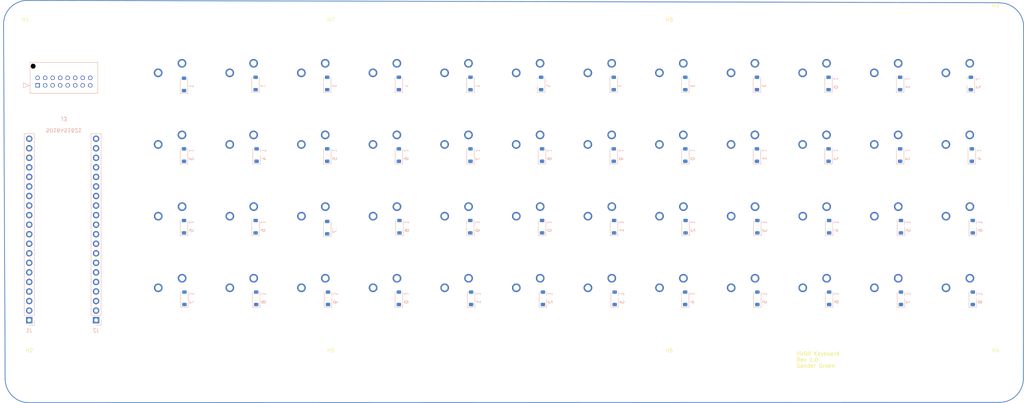
<source format=kicad_pcb>
(kicad_pcb (version 20221018) (generator pcbnew)
  (title_block (title "Viridi Keyboard") (date "2023-07-19") (rev "0.1") (company "Sander Groen"))
  (layers (0 "F.Cu" signal) (31 "B.Cu" signal) (34 "B.Paste" user) (35 "F.Paste" user) (36 "B.SilkS" user "B.Silkscreen") (37 "F.SilkS" user "F.Silkscreen") (38 "B.Mask" user) (39 "F.Mask" user) (44 "Edge.Cuts" user))
  (net 0 "")
  (net 1 "Row0")
  (net 2 "Net-(D1-A)")
  (net 3 "Net-(D2-A)")
  (net 4 "Net-(D3-A)")
  (net 5 "Net-(D4-A)")
  (net 6 "Net-(D5-A)")
  (net 7 "Net-(D6-A)")
  (net 8 "Net-(D7-A)")
  (net 9 "Net-(D8-A)")
  (net 10 "Net-(D9-A)")
  (net 11 "Net-(D10-A)")
  (net 12 "Net-(D11-A)")
  (net 13 "Net-(D12-A)")
  (net 14 "Row1")
  (net 15 "Net-(D13-A)")
  (net 16 "Net-(D14-A)")
  (net 17 "Net-(D15-A)")
  (net 18 "Net-(D16-A)")
  (net 19 "Net-(D17-A)")
  (net 20 "Net-(D18-A)")
  (net 21 "Net-(D19-A)")
  (net 22 "Net-(D20-A)")
  (net 23 "Net-(D21-A)")
  (net 24 "Net-(D22-A)")
  (net 25 "Net-(D23-A)")
  (net 26 "Net-(D24-A)")
  (net 27 "Row2")
  (net 28 "Net-(D25-A)")
  (net 29 "Net-(D26-A)")
  (net 30 "Net-(D27-A)")
  (net 31 "Net-(D28-A)")
  (net 32 "Net-(D29-A)")
  (net 33 "Net-(D30-A)")
  (net 34 "Net-(D31-A)")
  (net 35 "Net-(D32-A)")
  (net 36 "Net-(D33-A)")
  (net 37 "Net-(D34-A)")
  (net 38 "Net-(D35-A)")
  (net 39 "Net-(D36-A)")
  (net 41 "Net-(D37-A)")
  (net 42 "Net-(D38-A)")
  (net 43 "Net-(D39-A)")
  (net 44 "Net-(D40-A)")
  (net 45 "Net-(D41-A)")
  (net 46 "Net-(D42-A)")
  (net 47 "Net-(D43-A)")
  (net 48 "Net-(D44-A)")
  (net 49 "Net-(D45-A)")
  (net 50 "Net-(D46-A)")
  (net 51 "Net-(D47-A)")
  (net 52 "Net-(D48-A)")
  (net 108 "Col0")
  (net 109 "Col1")
  (net 110 "Col2")
  (net 111 "Col3")
  (net 112 "Col4")
  (net 113 "Col5")
  (net 114 "Col6")
  (net 115 "Col7")
  (net 116 "Col8")
  (net 117 "Col9")
  (net 118 "Col10")
  (net 119 "Col11")
  (footprint "PCM_marbastlib-mx:SW_MX_1u" (layer "F.Cu") (at 215.109479 125.195033)
    (fp_text reference "MX6" hide)
    (fp_text value "MX_SW_solder" hide)
    (pad "" np_thru_hole circle (at -5.08 0) (size 1.75 1.75) (drill 1.75) (layers "*.Cu" "*.Mask"))
    (pad "" np_thru_hole circle (at 0 0) (size 3.9878 3.9878) (drill 3.9878) (layers "*.Cu" "*.Mask"))
    (pad "" np_thru_hole circle (at 5.08 0) (size 1.75 1.75) (drill 1.75) (layers "*.Cu" "*.Mask"))
    (pad "1" thru_hole circle (at -3.81 -2.54) (size 2.3 2.3) (drill 1.524) (layers "*.Cu" "B.Mask") (net 113 "Col5"))
    (pad "2" thru_hole circle (at 2.54 -5.08) (size 2.3 2.3) (drill 1.524) (layers "*.Cu" "B.Mask") (net 7 "Net-(D6-A)"))
  )
  (footprint "PCM_marbastlib-mx:SW_MX_1u" (layer "F.Cu") (at 119.859479 125.195033)
    (fp_text reference "MX1" hide)
    (fp_text value "MX_SW_solder" hide)
    (pad "" np_thru_hole circle (at -5.08 0) (size 1.75 1.75) (drill 1.75) (layers "*.Cu" "*.Mask"))
    (pad "" np_thru_hole circle (at 0 0) (size 3.9878 3.9878) (drill 3.9878) (layers "*.Cu" "*.Mask"))
    (pad "" np_thru_hole circle (at 5.08 0) (size 1.75 1.75) (drill 1.75) (layers "*.Cu" "*.Mask"))
    (pad "1" thru_hole circle (at -3.81 -2.54) (size 2.3 2.3) (drill 1.524) (layers "*.Cu" "B.Mask") (net 108 "Col0"))
    (pad "2" thru_hole circle (at 2.54 -5.08) (size 2.3 2.3) (drill 1.524) (layers "*.Cu" "B.Mask") (net 2 "Net-(D1-A)"))
  )
  (footprint "MountingHole:MountingHole_2.5mm" (layer "F.Cu") (at 81.788 200)
    (fp_text reference "H2" (at 0 -3.5) (layer "F.SilkS"))
    (fp_text value "MountingHole")
    (pad "" np_thru_hole circle (at 0 0) (size 2.5 2.5) (drill 2.5) (layers "*.Cu" "*.Mask"))
  )
  (footprint "PCM_marbastlib-mx:SW_MX_1u" (layer "F.Cu") (at 196.059479 125.195033)
    (fp_text reference "MX5" hide)
    (fp_text value "MX_SW_solder" hide)
    (pad "" np_thru_hole circle (at -5.08 0) (size 1.75 1.75) (drill 1.75) (layers "*.Cu" "*.Mask"))
    (pad "" np_thru_hole circle (at 0 0) (size 3.9878 3.9878) (drill 3.9878) (layers "*.Cu" "*.Mask"))
    (pad "" np_thru_hole circle (at 5.08 0) (size 1.75 1.75) (drill 1.75) (layers "*.Cu" "*.Mask"))
    (pad "1" thru_hole circle (at -3.81 -2.54) (size 2.3 2.3) (drill 1.524) (layers "*.Cu" "B.Mask") (net 112 "Col4"))
    (pad "2" thru_hole circle (at 2.54 -5.08) (size 2.3 2.3) (drill 1.524) (layers "*.Cu" "B.Mask") (net 6 "Net-(D5-A)"))
  )
  (footprint "PCM_marbastlib-mx:SW_MX_1u" (layer "F.Cu") (at 119.859479 144.245033)
    (fp_text reference "MX13" hide)
    (fp_text value "MX_SW_solder" hide)
    (pad "" np_thru_hole circle (at -5.08 0) (size 1.75 1.75) (drill 1.75) (layers "*.Cu" "*.Mask"))
    (pad "" np_thru_hole circle (at 0 0) (size 3.9878 3.9878) (drill 3.9878) (layers "*.Cu" "*.Mask"))
    (pad "" np_thru_hole circle (at 5.08 0) (size 1.75 1.75) (drill 1.75) (layers "*.Cu" "*.Mask"))
    (pad "1" thru_hole circle (at -3.81 -2.54) (size 2.3 2.3) (drill 1.524) (layers "*.Cu" "B.Mask") (net 108 "Col0"))
    (pad "2" thru_hole circle (at 2.54 -5.08) (size 2.3 2.3) (drill 1.524) (layers "*.Cu" "B.Mask") (net 15 "Net-(D13-A)"))
  )
  (footprint "PCM_marbastlib-mx:SW_MX_1u" (layer "F.Cu") (at 272.288 163.322)
    (fp_text reference "MX33" hide)
    (fp_text value "MX_SW_solder" hide)
    (pad "" np_thru_hole circle (at -5.08 0) (size 1.75 1.75) (drill 1.75) (layers "*.Cu" "*.Mask"))
    (pad "" np_thru_hole circle (at 0 0) (size 3.9878 3.9878) (drill 3.9878) (layers "*.Cu" "*.Mask"))
    (pad "" np_thru_hole circle (at 5.08 0) (size 1.75 1.75) (drill 1.75) (layers "*.Cu" "*.Mask"))
    (pad "1" thru_hole circle (at -3.81 -2.54) (size 2.3 2.3) (drill 1.524) (layers "*.Cu" "B.Mask") (net 116 "Col8"))
    (pad "2" thru_hole circle (at 2.54 -5.08) (size 2.3 2.3) (drill 1.524) (layers "*.Cu" "B.Mask") (net 36 "Net-(D33-A)"))
  )
  (footprint "PCM_marbastlib-mx:SW_MX_1u" (layer "F.Cu") (at 138.909479 125.195033)
    (fp_text reference "MX2" hide)
    (fp_text value "MX_SW_solder" hide)
    (pad "" np_thru_hole circle (at -5.08 0) (size 1.75 1.75) (drill 1.75) (layers "*.Cu" "*.Mask"))
    (pad "" np_thru_hole circle (at 0 0) (size 3.9878 3.9878) (drill 3.9878) (layers "*.Cu" "*.Mask"))
    (pad "" np_thru_hole circle (at 5.08 0) (size 1.75 1.75) (drill 1.75) (layers "*.Cu" "*.Mask"))
    (pad "1" thru_hole circle (at -3.81 -2.54) (size 2.3 2.3) (drill 1.524) (layers "*.Cu" "B.Mask") (net 109 "Col1"))
    (pad "2" thru_hole circle (at 2.54 -5.08) (size 2.3 2.3) (drill 1.524) (layers "*.Cu" "B.Mask") (net 3 "Net-(D2-A)"))
  )
  (footprint "PCM_marbastlib-mx:SW_MX_1u" (layer "F.Cu") (at 177.038 182.372)
    (fp_text reference "MX40" hide)
    (fp_text value "MX_SW_solder" hide)
    (pad "" np_thru_hole circle (at -5.08 0) (size 1.75 1.75) (drill 1.75) (layers "*.Cu" "*.Mask"))
    (pad "" np_thru_hole circle (at 0 0) (size 3.9878 3.9878) (drill 3.9878) (layers "*.Cu" "*.Mask"))
    (pad "" np_thru_hole circle (at 5.08 0) (size 1.75 1.75) (drill 1.75) (layers "*.Cu" "*.Mask"))
    (pad "1" thru_hole circle (at -3.81 -2.54) (size 2.3 2.3) (drill 1.524) (layers "*.Cu" "B.Mask") (net 111 "Col3"))
    (pad "2" thru_hole circle (at 2.54 -5.08) (size 2.3 2.3) (drill 1.524) (layers "*.Cu" "B.Mask") (net 44 "Net-(D40-A)"))
  )
  (footprint "PCM_marbastlib-mx:SW_MX_1u" (layer "F.Cu") (at 291.309479 125.195033)
    (fp_text reference "MX10" hide)
    (fp_text value "MX_SW_solder" hide)
    (pad "" np_thru_hole circle (at -5.08 0) (size 1.75 1.75) (drill 1.75) (layers "*.Cu" "*.Mask"))
    (pad "" np_thru_hole circle (at 0 0) (size 3.9878 3.9878) (drill 3.9878) (layers "*.Cu" "*.Mask"))
    (pad "" np_thru_hole circle (at 5.08 0) (size 1.75 1.75) (drill 1.75) (layers "*.Cu" "*.Mask"))
    (pad "1" thru_hole circle (at -3.81 -2.54) (size 2.3 2.3) (drill 1.524) (layers "*.Cu" "B.Mask") (net 117 "Col9"))
    (pad "2" thru_hole circle (at 2.54 -5.08) (size 2.3 2.3) (drill 1.524) (layers "*.Cu" "B.Mask") (net 11 "Net-(D10-A)"))
  )
  (footprint "PCM_marbastlib-mx:SW_MX_1u" (layer "F.Cu") (at 196.088 163.322)
    (fp_text reference "MX29" hide)
    (fp_text value "MX_SW_solder" hide)
    (pad "" np_thru_hole circle (at -5.08 0) (size 1.75 1.75) (drill 1.75) (layers "*.Cu" "*.Mask"))
    (pad "" np_thru_hole circle (at 0 0) (size 3.9878 3.9878) (drill 3.9878) (layers "*.Cu" "*.Mask"))
    (pad "" np_thru_hole circle (at 5.08 0) (size 1.75 1.75) (drill 1.75) (layers "*.Cu" "*.Mask"))
    (pad "1" thru_hole circle (at -3.81 -2.54) (size 2.3 2.3) (drill 1.524) (layers "*.Cu" "B.Mask") (net 112 "Col4"))
    (pad "2" thru_hole circle (at 2.54 -5.08) (size 2.3 2.3) (drill 1.524) (layers "*.Cu" "B.Mask") (net 32 "Net-(D29-A)"))
  )
  (footprint "PCM_marbastlib-mx:SW_MX_1u" (layer "F.Cu") (at 196.088 182.372)
    (fp_text reference "MX41" hide)
    (fp_text value "MX_SW_solder" hide)
    (pad "" np_thru_hole circle (at -5.08 0) (size 1.75 1.75) (drill 1.75) (layers "*.Cu" "*.Mask"))
    (pad "" np_thru_hole circle (at 0 0) (size 3.9878 3.9878) (drill 3.9878) (layers "*.Cu" "*.Mask"))
    (pad "" np_thru_hole circle (at 5.08 0) (size 1.75 1.75) (drill 1.75) (layers "*.Cu" "*.Mask"))
    (pad "1" thru_hole circle (at -3.81 -2.54) (size 2.3 2.3) (drill 1.524) (layers "*.Cu" "B.Mask") (net 112 "Col4"))
    (pad "2" thru_hole circle (at 2.54 -5.08) (size 2.3 2.3) (drill 1.524) (layers "*.Cu" "B.Mask") (net 45 "Net-(D41-A)"))
  )
  (footprint "PCM_marbastlib-mx:SW_MX_1u" (layer "F.Cu") (at 329.438 163.322)
    (fp_text reference "MX36" hide)
    (fp_text value "MX_SW_solder" hide)
    (pad "" np_thru_hole circle (at -5.08 0) (size 1.75 1.75) (drill 1.75) (layers "*.Cu" "*.Mask"))
    (pad "" np_thru_hole circle (at 0 0) (size 3.9878 3.9878) (drill 3.9878) (layers "*.Cu" "*.Mask"))
    (pad "" np_thru_hole circle (at 5.08 0) (size 1.75 1.75) (drill 1.75) (layers "*.Cu" "*.Mask"))
    (pad "1" thru_hole circle (at -3.81 -2.54) (size 2.3 2.3) (drill 1.524) (layers "*.Cu" "B.Mask") (net 119 "Col11"))
    (pad "2" thru_hole circle (at 2.54 -5.08) (size 2.3 2.3) (drill 1.524) (layers "*.Cu" "B.Mask") (net 39 "Net-(D36-A)"))
  )
  (footprint "PCM_marbastlib-mx:SW_MX_1u" (layer "F.Cu") (at 291.309479 144.245033)
    (fp_text reference "MX22" hide)
    (fp_text value "MX_SW_solder" hide)
    (pad "" np_thru_hole circle (at -5.08 0) (size 1.75 1.75) (drill 1.75) (layers "*.Cu" "*.Mask"))
    (pad "" np_thru_hole circle (at 0 0) (size 3.9878 3.9878) (drill 3.9878) (layers "*.Cu" "*.Mask"))
    (pad "" np_thru_hole circle (at 5.08 0) (size 1.75 1.75) (drill 1.75) (layers "*.Cu" "*.Mask"))
    (pad "1" thru_hole circle (at -3.81 -2.54) (size 2.3 2.3) (drill 1.524) (layers "*.Cu" "B.Mask") (net 117 "Col9"))
    (pad "2" thru_hole circle (at 2.54 -5.08) (size 2.3 2.3) (drill 1.524) (layers "*.Cu" "B.Mask") (net 24 "Net-(D22-A)"))
  )
  (footprint "PCM_marbastlib-mx:SW_MX_1u" (layer "F.Cu") (at 234.159479 125.195033)
    (fp_text reference "MX7" hide)
    (fp_text value "MX_SW_solder" hide)
    (pad "" np_thru_hole circle (at -5.08 0) (size 1.75 1.75) (drill 1.75) (layers "*.Cu" "*.Mask"))
    (pad "" np_thru_hole circle (at 0 0) (size 3.9878 3.9878) (drill 3.9878) (layers "*.Cu" "*.Mask"))
    (pad "" np_thru_hole circle (at 5.08 0) (size 1.75 1.75) (drill 1.75) (layers "*.Cu" "*.Mask"))
    (pad "1" thru_hole circle (at -3.81 -2.54) (size 2.3 2.3) (drill 1.524) (layers "*.Cu" "B.Mask") (net 114 "Col6"))
    (pad "2" thru_hole circle (at 2.54 -5.08) (size 2.3 2.3) (drill 1.524) (layers "*.Cu" "B.Mask") (net 8 "Net-(D7-A)"))
  )
  (footprint "PCM_marbastlib-mx:SW_MX_1u" (layer "F.Cu") (at 272.259479 125.195033)
    (fp_text reference "MX9" hide)
    (fp_text value "MX_SW_solder" hide)
    (pad "" np_thru_hole circle (at -5.08 0) (size 1.75 1.75) (drill 1.75) (layers "*.Cu" "*.Mask"))
    (pad "" np_thru_hole circle (at 0 0) (size 3.9878 3.9878) (drill 3.9878) (layers "*.Cu" "*.Mask"))
    (pad "" np_thru_hole circle (at 5.08 0) (size 1.75 1.75) (drill 1.75) (layers "*.Cu" "*.Mask"))
    (pad "1" thru_hole circle (at -3.81 -2.54) (size 2.3 2.3) (drill 1.524) (layers "*.Cu" "B.Mask") (net 116 "Col8"))
    (pad "2" thru_hole circle (at 2.54 -5.08) (size 2.3 2.3) (drill 1.524) (layers "*.Cu" "B.Mask") (net 10 "Net-(D9-A)"))
  )
  (footprint "PCM_marbastlib-mx:SW_MX_1u" (layer "F.Cu") (at 157.988 182.372)
    (fp_text reference "MX39" hide)
    (fp_text value "MX_SW_solder" hide)
    (pad "" np_thru_hole circle (at -5.08 0) (size 1.75 1.75) (drill 1.75) (layers "*.Cu" "*.Mask"))
    (pad "" np_thru_hole circle (at 0 0) (size 3.9878 3.9878) (drill 3.9878) (layers "*.Cu" "*.Mask"))
    (pad "" np_thru_hole circle (at 5.08 0) (size 1.75 1.75) (drill 1.75) (layers "*.Cu" "*.Mask"))
    (pad "1" thru_hole circle (at -3.81 -2.54) (size 2.3 2.3) (drill 1.524) (layers "*.Cu" "B.Mask") (net 110 "Col2"))
    (pad "2" thru_hole circle (at 2.54 -5.08) (size 2.3 2.3) (drill 1.524) (layers "*.Cu" "B.Mask") (net 43 "Net-(D39-A)"))
  )
  (footprint "MountingHole:MountingHole_2.5mm" (layer "F.Cu") (at 162 112)
    (fp_text reference "H7" (at 0 -3.5) (layer "F.SilkS"))
    (fp_text value "MountingHole")
    (pad "" np_thru_hole circle (at 0 0) (size 2.5 2.5) (drill 2.5) (layers "*.Cu" "*.Mask"))
  )
  (footprint "PCM_marbastlib-mx:SW_MX_1u" (layer "F.Cu") (at 177.009479 125.195033)
    (fp_text reference "MX4" hide)
    (fp_text value "MX_SW_solder" hide)
    (pad "" np_thru_hole circle (at -5.08 0) (size 1.75 1.75) (drill 1.75) (layers "*.Cu" "*.Mask"))
    (pad "" np_thru_hole circle (at 0 0) (size 3.9878 3.9878) (drill 3.9878) (layers "*.Cu" "*.Mask"))
    (pad "" np_thru_hole circle (at 5.08 0) (size 1.75 1.75) (drill 1.75) (layers "*.Cu" "*.Mask"))
    (pad "1" thru_hole circle (at -3.81 -2.54) (size 2.3 2.3) (drill 1.524) (layers "*.Cu" "B.Mask") (net 111 "Col3"))
    (pad "2" thru_hole circle (at 2.54 -5.08) (size 2.3 2.3) (drill 1.524) (layers "*.Cu" "B.Mask") (net 5 "Net-(D4-A)"))
  )
  (footprint "MountingHole:MountingHole_2.5mm" (layer "F.Cu") (at 252 112)
    (fp_text reference "H8" (at 0 -3.5) (layer "F.SilkS"))
    (fp_text value "MountingHole")
    (pad "" np_thru_hole circle (at 0 0) (size 2.5 2.5) (drill 2.5) (layers "*.Cu" "*.Mask"))
  )
  (footprint "PCM_marbastlib-mx:SW_MX_1u" (layer "F.Cu") (at 272.288 182.372)
    (fp_text reference "MX45" hide)
    (fp_text value "MX_SW_solder" hide)
    (pad "" np_thru_hole circle (at -5.08 0) (size 1.75 1.75) (drill 1.75) (layers "*.Cu" "*.Mask"))
    (pad "" np_thru_hole circle (at 0 0) (size 3.9878 3.9878) (drill 3.9878) (layers "*.Cu" "*.Mask"))
    (pad "" np_thru_hole circle (at 5.08 0) (size 1.75 1.75) (drill 1.75) (layers "*.Cu" "*.Mask"))
    (pad "1" thru_hole circle (at -3.81 -2.54) (size 2.3 2.3) (drill 1.524) (layers "*.Cu" "B.Mask") (net 116 "Col8"))
    (pad "2" thru_hole circle (at 2.54 -5.08) (size 2.3 2.3) (drill 1.524) (layers "*.Cu" "B.Mask") (net 49 "Net-(D45-A)"))
  )
  (footprint "PCM_marbastlib-mx:SW_MX_1u" (layer "F.Cu") (at 119.888 163.322)
    (fp_text reference "MX25" hide)
    (fp_text value "MX_SW_solder" hide)
    (pad "" np_thru_hole circle (at -5.08 0) (size 1.75 1.75) (drill 1.75) (layers "*.Cu" "*.Mask"))
    (pad "" np_thru_hole circle (at 0 0) (size 3.9878 3.9878) (drill 3.9878) (layers "*.Cu" "*.Mask"))
    (pad "" np_thru_hole circle (at 5.08 0) (size 1.75 1.75) (drill 1.75) (layers "*.Cu" "*.Mask"))
    (pad "1" thru_hole circle (at -3.81 -2.54) (size 2.3 2.3) (drill 1.524) (layers "*.Cu" "B.Mask") (net 108 "Col0"))
    (pad "2" thru_hole circle (at 2.54 -5.08) (size 2.3 2.3) (drill 1.524) (layers "*.Cu" "B.Mask") (net 28 "Net-(D25-A)"))
  )
  (footprint "PCM_marbastlib-mx:SW_MX_1u" (layer "F.Cu") (at 272.259479 144.245033)
    (fp_text reference "MX21" hide)
    (fp_text value "MX_SW_solder" hide)
    (pad "" np_thru_hole circle (at -5.08 0) (size 1.75 1.75) (drill 1.75) (layers "*.Cu" "*.Mask"))
    (pad "" np_thru_hole circle (at 0 0) (size 3.9878 3.9878) (drill 3.9878) (layers "*.Cu" "*.Mask"))
    (pad "" np_thru_hole circle (at 5.08 0) (size 1.75 1.75) (drill 1.75) (layers "*.Cu" "*.Mask"))
    (pad "1" thru_hole circle (at -3.81 -2.54) (size 2.3 2.3) (drill 1.524) (layers "*.Cu" "B.Mask") (net 116 "Col8"))
    (pad "2" thru_hole circle (at 2.54 -5.08) (size 2.3 2.3) (drill 1.524) (layers "*.Cu" "B.Mask") (net 23 "Net-(D21-A)"))
  )
  (footprint "PCM_marbastlib-mx:SW_MX_1u" (layer "F.Cu") (at 329.409479 125.195033)
    (fp_text reference "MX12" hide)
    (fp_text value "MX_SW_solder" hide)
    (pad "" np_thru_hole circle (at -5.08 0) (size 1.75 1.75) (drill 1.75) (layers "*.Cu" "*.Mask"))
    (pad "" np_thru_hole circle (at 0 0) (size 3.9878 3.9878) (drill 3.9878) (layers "*.Cu" "*.Mask"))
    (pad "" np_thru_hole circle (at 5.08 0) (size 1.75 1.75) (drill 1.75) (layers "*.Cu" "*.Mask"))
    (pad "1" thru_hole circle (at -3.81 -2.54) (size 2.3 2.3) (drill 1.524) (layers "*.Cu" "B.Mask") (net 119 "Col11"))
    (pad "2" thru_hole circle (at 2.54 -5.08) (size 2.3 2.3) (drill 1.524) (layers "*.Cu" "B.Mask") (net 13 "Net-(D12-A)"))
  )
  (footprint "PCM_marbastlib-mx:SW_MX_1u" (layer "F.Cu") (at 310.388 182.372)
    (fp_text reference "MX47" hide)
    (fp_text value "MX_SW_solder" hide)
    (pad "" np_thru_hole circle (at -5.08 0) (size 1.75 1.75) (drill 1.75) (layers "*.Cu" "*.Mask"))
    (pad "" np_thru_hole circle (at 0 0) (size 3.9878 3.9878) (drill 3.9878) (layers "*.Cu" "*.Mask"))
    (pad "" np_thru_hole circle (at 5.08 0) (size 1.75 1.75) (drill 1.75) (layers "*.Cu" "*.Mask"))
    (pad "1" thru_hole circle (at -3.81 -2.54) (size 2.3 2.3) (drill 1.524) (layers "*.Cu" "B.Mask") (net 118 "Col10"))
    (pad "2" thru_hole circle (at 2.54 -5.08) (size 2.3 2.3) (drill 1.524) (layers "*.Cu" "B.Mask") (net 51 "Net-(D47-A)"))
  )
  (footprint "PCM_marbastlib-mx:SW_MX_1u" (layer "F.Cu") (at 215.138 182.372)
    (fp_text reference "MX42" hide)
    (fp_text value "MX_SW_solder" hide)
    (pad "" np_thru_hole circle (at -5.08 0) (size 1.75 1.75) (drill 1.75) (layers "*.Cu" "*.Mask"))
    (pad "" np_thru_hole circle (at 0 0) (size 3.9878 3.9878) (drill 3.9878) (layers "*.Cu" "*.Mask"))
    (pad "" np_thru_hole circle (at 5.08 0) (size 1.75 1.75) (drill 1.75) (layers "*.Cu" "*.Mask"))
    (pad "1" thru_hole circle (at -3.81 -2.54) (size 2.3 2.3) (drill 1.524) (layers "*.Cu" "B.Mask") (net 113 "Col5"))
    (pad "2" thru_hole circle (at 2.54 -5.08) (size 2.3 2.3) (drill 1.524) (layers "*.Cu" "B.Mask") (net 46 "Net-(D42-A)"))
  )
  (footprint "PCM_marbastlib-mx:SW_MX_1u" (layer "F.Cu") (at 291.338 163.322)
    (fp_text reference "MX34" hide)
    (fp_text value "MX_SW_solder" hide)
    (pad "" np_thru_hole circle (at -5.08 0) (size 1.75 1.75) (drill 1.75) (layers "*.Cu" "*.Mask"))
    (pad "" np_thru_hole circle (at 0 0) (size 3.9878 3.9878) (drill 3.9878) (layers "*.Cu" "*.Mask"))
    (pad "" np_thru_hole circle (at 5.08 0) (size 1.75 1.75) (drill 1.75) (layers "*.Cu" "*.Mask"))
    (pad "1" thru_hole circle (at -3.81 -2.54) (size 2.3 2.3) (drill 1.524) (layers "*.Cu" "B.Mask") (net 117 "Col9"))
    (pad "2" thru_hole circle (at 2.54 -5.08) (size 2.3 2.3) (drill 1.524) (layers "*.Cu" "B.Mask") (net 37 "Net-(D34-A)"))
  )
  (footprint "PCM_marbastlib-mx:SW_MX_1u" (layer "F.Cu") (at 138.909479 144.245033)
    (fp_text reference "MX14" hide)
    (fp_text value "MX_SW_solder" hide)
    (pad "" np_thru_hole circle (at -5.08 0) (size 1.75 1.75) (drill 1.75) (layers "*.Cu" "*.Mask"))
    (pad "" np_thru_hole circle (at 0 0) (size 3.9878 3.9878) (drill 3.9878) (layers "*.Cu" "*.Mask"))
    (pad "" np_thru_hole circle (at 5.08 0) (size 1.75 1.75) (drill 1.75) (layers "*.Cu" "*.Mask"))
    (pad "1" thru_hole circle (at -3.81 -2.54) (size 2.3 2.3) (drill 1.524) (layers "*.Cu" "B.Mask") (net 109 "Col1"))
    (pad "2" thru_hole circle (at 2.54 -5.08) (size 2.3 2.3) (drill 1.524) (layers "*.Cu" "B.Mask") (net 16 "Net-(D14-A)"))
  )
  (footprint "PCM_marbastlib-mx:SW_MX_1u" (layer "F.Cu") (at 310.359479 125.195033)
    (fp_text reference "MX11" hide)
    (fp_text value "MX_SW_solder" hide)
    (pad "" np_thru_hole circle (at -5.08 0) (size 1.75 1.75) (drill 1.75) (layers "*.Cu" "*.Mask"))
    (pad "" np_thru_hole circle (at 0 0) (size 3.9878 3.9878) (drill 3.9878) (layers "*.Cu" "*.Mask"))
    (pad "" np_thru_hole circle (at 5.08 0) (size 1.75 1.75) (drill 1.75) (layers "*.Cu" "*.Mask"))
    (pad "1" thru_hole circle (at -3.81 -2.54) (size 2.3 2.3) (drill 1.524) (layers "*.Cu" "B.Mask") (net 118 "Col10"))
    (pad "2" thru_hole circle (at 2.54 -5.08) (size 2.3 2.3) (drill 1.524) (layers "*.Cu" "B.Mask") (net 12 "Net-(D11-A)"))
  )
  (footprint "PCM_marbastlib-mx:SW_MX_1u" (layer "F.Cu") (at 157.959479 144.245033)
    (fp_text reference "MX15" hide)
    (fp_text value "MX_SW_solder" hide)
    (pad "" np_thru_hole circle (at -5.08 0) (size 1.75 1.75) (drill 1.75) (layers "*.Cu" "*.Mask"))
    (pad "" np_thru_hole circle (at 0 0) (size 3.9878 3.9878) (drill 3.9878) (layers "*.Cu" "*.Mask"))
    (pad "" np_thru_hole circle (at 5.08 0) (size 1.75 1.75) (drill 1.75) (layers "*.Cu" "*.Mask"))
    (pad "1" thru_hole circle (at -3.81 -2.54) (size 2.3 2.3) (drill 1.524) (layers "*.Cu" "B.Mask") (net 110 "Col2"))
    (pad "2" thru_hole circle (at 2.54 -5.08) (size 2.3 2.3) (drill 1.524) (layers "*.Cu" "B.Mask") (net 17 "Net-(D15-A)"))
  )
  (footprint "PCM_marbastlib-mx:SW_MX_1u" (layer "F.Cu") (at 253.209479 125.195033)
    (fp_text reference "MX8" hide)
    (fp_text value "MX_SW_solder" hide)
    (pad "" np_thru_hole circle (at -5.08 0) (size 1.75 1.75) (drill 1.75) (layers "*.Cu" "*.Mask"))
    (pad "" np_thru_hole circle (at 0 0) (size 3.9878 3.9878) (drill 3.9878) (layers "*.Cu" "*.Mask"))
    (pad "" np_thru_hole circle (at 5.08 0) (size 1.75 1.75) (drill 1.75) (layers "*.Cu" "*.Mask"))
    (pad "1" thru_hole circle (at -3.81 -2.54) (size 2.3 2.3) (drill 1.524) (layers "*.Cu" "B.Mask") (net 115 "Col7"))
    (pad "2" thru_hole circle (at 2.54 -5.08) (size 2.3 2.3) (drill 1.524) (layers "*.Cu" "B.Mask") (net 9 "Net-(D8-A)"))
  )
  (footprint "MountingHole:MountingHole_2.5mm" (layer "F.Cu") (at 252 200)
    (fp_text reference "H6" (at 0 -3.5) (layer "F.SilkS"))
    (fp_text value "MountingHole")
    (pad "" np_thru_hole circle (at 0 0) (size 2.5 2.5) (drill 2.5) (layers "*.Cu" "*.Mask"))
  )
  (footprint "PCM_marbastlib-mx:SW_MX_1u" (layer "F.Cu") (at 329.409479 144.245033)
    (fp_text reference "MX24" hide)
    (fp_text value "MX_SW_solder" hide)
    (pad "" np_thru_hole circle (at -5.08 0) (size 1.75 1.75) (drill 1.75) (layers "*.Cu" "*.Mask"))
    (pad "" np_thru_hole circle (at 0 0) (size 3.9878 3.9878) (drill 3.9878) (layers "*.Cu" "*.Mask"))
    (pad "" np_thru_hole circle (at 5.08 0) (size 1.75 1.75) (drill 1.75) (layers "*.Cu" "*.Mask"))
    (pad "1" thru_hole circle (at -3.81 -2.54) (size 2.3 2.3) (drill 1.524) (layers "*.Cu" "B.Mask") (net 119 "Col11"))
    (pad "2" thru_hole circle (at 2.54 -5.08) (size 2.3 2.3) (drill 1.524) (layers "*.Cu" "B.Mask") (net 26 "Net-(D24-A)"))
  )
  (footprint "PCM_marbastlib-mx:SW_MX_1u" (layer "F.Cu") (at 177.038 163.322)
    (fp_text reference "MX28" hide)
    (fp_text value "MX_SW_solder" hide)
    (pad "" np_thru_hole circle (at -5.08 0) (size 1.75 1.75) (drill 1.75) (layers "*.Cu" "*.Mask"))
    (pad "" np_thru_hole circle (at 0 0) (size 3.9878 3.9878) (drill 3.9878) (layers "*.Cu" "*.Mask"))
    (pad "" np_thru_hole circle (at 5.08 0) (size 1.75 1.75) (drill 1.75) (layers "*.Cu" "*.Mask"))
    (pad "1" thru_hole circle (at -3.81 -2.54) (size 2.3 2.3) (drill 1.524) (layers "*.Cu" "B.Mask") (net 111 "Col3"))
    (pad "2" thru_hole circle (at 2.54 -5.08) (size 2.3 2.3) (drill 1.524) (layers "*.Cu" "B.Mask") (net 31 "Net-(D28-A)"))
  )
  (footprint "PCM_marbastlib-mx:SW_MX_1u" (layer "F.Cu") (at 310.388 163.322)
    (fp_text reference "MX35" hide)
    (fp_text value "MX_SW_solder" hide)
    (pad "" np_thru_hole circle (at -5.08 0) (size 1.75 1.75) (drill 1.75) (layers "*.Cu" "*.Mask"))
    (pad "" np_thru_hole circle (at 0 0) (size 3.9878 3.9878) (drill 3.9878) (layers "*.Cu" "*.Mask"))
    (pad "" np_thru_hole circle (at 5.08 0) (size 1.75 1.75) (drill 1.75) (layers "*.Cu" "*.Mask"))
    (pad "1" thru_hole circle (at -3.81 -2.54) (size 2.3 2.3) (drill 1.524) (layers "*.Cu" "B.Mask") (net 118 "Col10"))
    (pad "2" thru_hole circle (at 2.54 -5.08) (size 2.3 2.3) (drill 1.524) (layers "*.Cu" "B.Mask") (net 38 "Net-(D35-A)"))
  )
  (footprint "PCM_marbastlib-mx:SW_MX_1u" (layer "F.Cu") (at 157.959479 125.195033)
    (fp_text reference "MX3" hide)
    (fp_text value "MX_SW_solder" hide)
    (pad "" np_thru_hole circle (at -5.08 0) (size 1.75 1.75) (drill 1.75) (layers "*.Cu" "*.Mask"))
    (pad "" np_thru_hole circle (at 0 0) (size 3.9878 3.9878) (drill 3.9878) (layers "*.Cu" "*.Mask"))
    (pad "" np_thru_hole circle (at 5.08 0) (size 1.75 1.75) (drill 1.75) (layers "*.Cu" "*.Mask"))
    (pad "1" thru_hole circle (at -3.81 -2.54) (size 2.3 2.3) (drill 1.524) (layers "*.Cu" "B.Mask") (net 110 "Col2"))
    (pad "2" thru_hole circle (at 2.54 -5.08) (size 2.3 2.3) (drill 1.524) (layers "*.Cu" "B.Mask") (net 4 "Net-(D3-A)"))
  )
  (footprint "PCM_marbastlib-mx:SW_MX_1u" (layer "F.Cu") (at 215.138 163.322)
    (fp_text reference "MX30" hide)
    (fp_text value "MX_SW_solder" hide)
    (pad "" np_thru_hole circle (at -5.08 0) (size 1.75 1.75) (drill 1.75) (layers "*.Cu" "*.Mask"))
    (pad "" np_thru_hole circle (at 0 0) (size 3.9878 3.9878) (drill 3.9878) (layers "*.Cu" "*.Mask"))
    (pad "" np_thru_hole circle (at 5.08 0) (size 1.75 1.75) (drill 1.75) (layers "*.Cu" "*.Mask"))
    (pad "1" thru_hole circle (at -3.81 -2.54) (size 2.3 2.3) (drill 1.524) (layers "*.Cu" "B.Mask") (net 113 "Col5"))
    (pad "2" thru_hole circle (at 2.54 -5.08) (size 2.3 2.3) (drill 1.524) (layers "*.Cu" "B.Mask") (net 33 "Net-(D30-A)"))
  )
  (footprint "PCM_marbastlib-mx:SW_MX_1u" (layer "F.Cu") (at 138.938 163.322)
    (fp_text reference "MX26" hide)
    (fp_text value "MX_SW_solder" hide)
    (pad "" np_thru_hole circle (at -5.08 0) (size 1.75 1.75) (drill 1.75) (layers "*.Cu" "*.Mask"))
    (pad "" np_thru_hole circle (at 0 0) (size 3.9878 3.9878) (drill 3.9878) (layers "*.Cu" "*.Mask"))
    (pad "" np_thru_hole circle (at 5.08 0) (size 1.75 1.75) (drill 1.75) (layers "*.Cu" "*.Mask"))
    (pad "1" thru_hole circle (at -3.81 -2.54) (size 2.3 2.3) (drill 1.524) (layers "*.Cu" "B.Mask") (net 109 "Col1"))
    (pad "2" thru_hole circle (at 2.54 -5.08) (size 2.3 2.3) (drill 1.524) (layers "*.Cu" "B.Mask") (net 29 "Net-(D26-A)"))
  )
  (footprint "PCM_marbastlib-mx:SW_MX_1u" (layer "F.Cu") (at 119.888 182.372)
    (fp_text reference "MX37" hide)
    (fp_text value "MX_SW_solder" hide)
    (pad "" np_thru_hole circle (at -5.08 0) (size 1.75 1.75) (drill 1.75) (layers "*.Cu" "*.Mask"))
    (pad "" np_thru_hole circle (at 0 0) (size 3.9878 3.9878) (drill 3.9878) (layers "*.Cu" "*.Mask"))
    (pad "" np_thru_hole circle (at 5.08 0) (size 1.75 1.75) (drill 1.75) (layers "*.Cu" "*.Mask"))
    (pad "1" thru_hole circle (at -3.81 -2.54) (size 2.3 2.3) (drill 1.524) (layers "*.Cu" "B.Mask") (net 108 "Col0"))
    (pad "2" thru_hole circle (at 2.54 -5.08) (size 2.3 2.3) (drill 1.524) (layers "*.Cu" "B.Mask") (net 41 "Net-(D37-A)"))
  )
  (footprint "PCM_marbastlib-mx:SW_MX_1u" (layer "F.Cu") (at 310.359479 144.245033)
    (fp_text reference "MX23" hide)
    (fp_text value "MX_SW_solder" hide)
    (pad "" np_thru_hole circle (at -5.08 0) (size 1.75 1.75) (drill 1.75) (layers "*.Cu" "*.Mask"))
    (pad "" np_thru_hole circle (at 0 0) (size 3.9878 3.9878) (drill 3.9878) (layers "*.Cu" "*.Mask"))
    (pad "" np_thru_hole circle (at 5.08 0) (size 1.75 1.75) (drill 1.75) (layers "*.Cu" "*.Mask"))
    (pad "1" thru_hole circle (at -3.81 -2.54) (size 2.3 2.3) (drill 1.524) (layers "*.Cu" "B.Mask") (net 118 "Col10"))
    (pad "2" thru_hole circle (at 2.54 -5.08) (size 2.3 2.3) (drill 1.524) (layers "*.Cu" "B.Mask") (net 25 "Net-(D23-A)"))
  )
  (footprint "PCM_marbastlib-mx:SW_MX_1u" (layer "F.Cu") (at 196.059479 144.245033)
    (fp_text reference "MX17" hide)
    (fp_text value "MX_SW_solder" hide)
    (pad "" np_thru_hole circle (at -5.08 0) (size 1.75 1.75) (drill 1.75) (layers "*.Cu" "*.Mask"))
    (pad "" np_thru_hole circle (at 0 0) (size 3.9878 3.9878) (drill 3.9878) (layers "*.Cu" "*.Mask"))
    (pad "" np_thru_hole circle (at 5.08 0) (size 1.75 1.75) (drill 1.75) (layers "*.Cu" "*.Mask"))
    (pad "1" thru_hole circle (at -3.81 -2.54) (size 2.3 2.3) (drill 1.524) (layers "*.Cu" "B.Mask") (net 112 "Col4"))
    (pad "2" thru_hole circle (at 2.54 -5.08) (size 2.3 2.3) (drill 1.524) (layers "*.Cu" "B.Mask") (net 19 "Net-(D17-A)"))
  )
  (footprint "PCM_marbastlib-mx:SW_MX_1u" (layer "F.Cu") (at 253.238 163.322)
    (fp_text reference "MX32" hide)
    (fp_text value "MX_SW_solder" hide)
    (pad "" np_thru_hole circle (at -5.08 0) (size 1.75 1.75) (drill 1.75) (layers "*.Cu" "*.Mask"))
    (pad "" np_thru_hole circle (at 0 0) (size 3.9878 3.9878) (drill 3.9878) (layers "*.Cu" "*.Mask"))
    (pad "" np_thru_hole circle (at 5.08 0) (size 1.75 1.75) (drill 1.75) (layers "*.Cu" "*.Mask"))
    (pad "1" thru_hole circle (at -3.81 -2.54) (size 2.3 2.3) (drill 1.524) (layers "*.Cu" "B.Mask") (net 115 "Col7"))
    (pad "2" thru_hole circle (at 2.54 -5.08) (size 2.3 2.3) (drill 1.524) (layers "*.Cu" "B.Mask") (net 35 "Net-(D32-A)"))
  )
  (footprint "PCM_marbastlib-mx:SW_MX_1u" (layer "F.Cu") (at 215.109479 144.245033)
    (fp_text reference "MX18" hide)
    (fp_text value "MX_SW_solder" hide)
    (pad "" np_thru_hole circle (at -5.08 0) (size 1.75 1.75) (drill 1.75) (layers "*.Cu" "*.Mask"))
    (pad "" np_thru_hole circle (at 0 0) (size 3.9878 3.9878) (drill 3.9878) (layers "*.Cu" "*.Mask"))
    (pad "" np_thru_hole circle (at 5.08 0) (size 1.75 1.75) (drill 1.75) (layers "*.Cu" "*.Mask"))
    (pad "1" thru_hole circle (at -3.81 -2.54) (size 2.3 2.3) (drill 1.524) (layers "*.Cu" "B.Mask") (net 113 "Col5"))
    (pad "2" thru_hole circle (at 2.54 -5.08) (size 2.3 2.3) (drill 1.524) (layers "*.Cu" "B.Mask") (net 20 "Net-(D18-A)"))
  )
  (footprint "PCM_marbastlib-mx:SW_MX_1u" (layer "F.Cu") (at 177.009479 144.245033)
    (fp_text reference "MX16" hide)
    (fp_text value "MX_SW_solder" hide)
    (pad "" np_thru_hole circle (at -5.08 0) (size 1.75 1.75) (drill 1.75) (layers "*.Cu" "*.Mask"))
    (pad "" np_thru_hole circle (at 0 0) (size 3.9878 3.9878) (drill 3.9878) (layers "*.Cu" "*.Mask"))
    (pad "" np_thru_hole circle (at 5.08 0) (size 1.75 1.75) (drill 1.75) (layers "*.Cu" "*.Mask"))
    (pad "1" thru_hole circle (at -3.81 -2.54) (size 2.3 2.3) (drill 1.524) (layers "*.Cu" "B.Mask") (net 111 "Col3"))
    (pad "2" thru_hole circle (at 2.54 -5.08) (size 2.3 2.3) (drill 1.524) (layers "*.Cu" "B.Mask") (net 18 "Net-(D16-A)"))
  )
  (footprint "PCM_marbastlib-mx:SW_MX_1u" (layer "F.Cu") (at 138.938 182.372)
    (fp_text reference "MX38" hide)
    (fp_text value "MX_SW_solder" hide)
    (pad "" np_thru_hole circle (at -5.08 0) (size 1.75 1.75) (drill 1.75) (layers "*.Cu" "*.Mask"))
    (pad "" np_thru_hole circle (at 0 0) (size 3.9878 3.9878) (drill 3.9878) (layers "*.Cu" "*.Mask"))
    (pad "" np_thru_hole circle (at 5.08 0) (size 1.75 1.75) (drill 1.75) (layers "*.Cu" "*.Mask"))
    (pad "1" thru_hole circle (at -3.81 -2.54) (size 2.3 2.3) (drill 1.524) (layers "*.Cu" "B.Mask") (net 109 "Col1"))
    (pad "2" thru_hole circle (at 2.54 -5.08) (size 2.3 2.3) (drill 1.524) (layers "*.Cu" "B.Mask") (net 42 "Net-(D38-A)"))
  )
  (footprint "PCM_marbastlib-mx:SW_MX_1u" (layer "F.Cu") (at 253.238 182.372)
    (fp_text reference "MX44" hide)
    (fp_text value "MX_SW_solder" hide)
    (pad "" np_thru_hole circle (at -5.08 0) (size 1.75 1.75) (drill 1.75) (layers "*.Cu" "*.Mask"))
    (pad "" np_thru_hole circle (at 0 0) (size 3.9878 3.9878) (drill 3.9878) (layers "*.Cu" "*.Mask"))
    (pad "" np_thru_hole circle (at 5.08 0) (size 1.75 1.75) (drill 1.75) (layers "*.Cu" "*.Mask"))
    (pad "1" thru_hole circle (at -3.81 -2.54) (size 2.3 2.3) (drill 1.524) (layers "*.Cu" "B.Mask") (net 115 "Col7"))
    (pad "2" thru_hole circle (at 2.54 -5.08) (size 2.3 2.3) (drill 1.524) (layers "*.Cu" "B.Mask") (net 48 "Net-(D44-A)"))
  )
  (footprint "MountingHole:MountingHole_2.5mm" (layer "F.Cu") (at 338.836 200)
    (fp_text reference "H4" (at 0 -3.5) (layer "F.SilkS"))
    (fp_text value "MountingHole")
    (pad "" np_thru_hole circle (at 0 0) (size 2.5 2.5) (drill 2.5) (layers "*.Cu" "*.Mask"))
  )
  (footprint "MountingHole:MountingHole_2.5mm" (layer "F.Cu") (at 338.836 108.204)
    (fp_text reference "H3" (at 0 -3.5) (layer "F.SilkS"))
    (fp_text value "MountingHole")
    (pad "" np_thru_hole circle (at 0 0) (size 2.5 2.5) (drill 2.5) (layers "*.Cu" "*.Mask"))
  )
  (footprint "PCM_marbastlib-mx:SW_MX_1u" (layer "F.Cu") (at 234.188 182.372)
    (fp_text reference "MX43" hide)
    (fp_text value "MX_SW_solder" hide)
    (pad "" np_thru_hole circle (at -5.08 0) (size 1.75 1.75) (drill 1.75) (layers "*.Cu" "*.Mask"))
    (pad "" np_thru_hole circle (at 0 0) (size 3.9878 3.9878) (drill 3.9878) (layers "*.Cu" "*.Mask"))
    (pad "" np_thru_hole circle (at 5.08 0) (size 1.75 1.75) (drill 1.75) (layers "*.Cu" "*.Mask"))
    (pad "1" thru_hole circle (at -3.81 -2.54) (size 2.3 2.3) (drill 1.524) (layers "*.Cu" "B.Mask") (net 114 "Col6"))
    (pad "2" thru_hole circle (at 2.54 -5.08) (size 2.3 2.3) (drill 1.524) (layers "*.Cu" "B.Mask") (net 47 "Net-(D43-A)"))
  )
  (footprint "PCM_marbastlib-mx:SW_MX_1u" (layer "F.Cu") (at 157.988 163.322)
    (fp_text reference "MX27" hide)
    (fp_text value "MX_SW_solder" hide)
    (pad "" np_thru_hole circle (at -5.08 0) (size 1.75 1.75) (drill 1.75) (layers "*.Cu" "*.Mask"))
    (pad "" np_thru_hole circle (at 0 0) (size 3.9878 3.9878) (drill 3.9878) (layers "*.Cu" "*.Mask"))
    (pad "" np_thru_hole circle (at 5.08 0) (size 1.75 1.75) (drill 1.75) (layers "*.Cu" "*.Mask"))
    (pad "1" thru_hole circle (at -3.81 -2.54) (size 2.3 2.3) (drill 1.524) (layers "*.Cu" "B.Mask") (net 110 "Col2"))
    (pad "2" thru_hole circle (at 2.54 -5.08) (size 2.3 2.3) (drill 1.524) (layers "*.Cu" "B.Mask") (net 30 "Net-(D27-A)"))
  )
  (footprint "MountingHole:MountingHole_2.5mm" (layer "F.Cu") (at 162 200)
    (fp_text reference "H5" (at 0 -3.5) (layer "F.SilkS"))
    (fp_text value "MountingHole")
    (pad "" np_thru_hole circle (at 0 0) (size 2.5 2.5) (drill 2.5) (layers "*.Cu" "*.Mask"))
  )
  (footprint "PCM_marbastlib-mx:SW_MX_1u" (layer "F.Cu") (at 234.188 163.322)
    (fp_text reference "MX31" hide)
    (fp_text value "MX_SW_solder" hide)
    (pad "" np_thru_hole circle (at -5.08 0) (size 1.75 1.75) (drill 1.75) (layers "*.Cu" "*.Mask"))
    (pad "" np_thru_hole circle (at 0 0) (size 3.9878 3.9878) (drill 3.9878) (layers "*.Cu" "*.Mask"))
    (pad "" np_thru_hole circle (at 5.08 0) (size 1.75 1.75) (drill 1.75) (layers "*.Cu" "*.Mask"))
    (pad "1" thru_hole circle (at -3.81 -2.54) (size 2.3 2.3) (drill 1.524) (layers "*.Cu" "B.Mask") (net 114 "Col6"))
    (pad "2" thru_hole circle (at 2.54 -5.08) (size 2.3 2.3) (drill 1.524) (layers "*.Cu" "B.Mask") (net 34 "Net-(D31-A)"))
  )
  (footprint "PCM_marbastlib-mx:SW_MX_1u" (layer "F.Cu") (at 253.209479 144.245033)
    (fp_text reference "MX20" hide)
    (fp_text value "MX_SW_solder" hide)
    (pad "" np_thru_hole circle (at -5.08 0) (size 1.75 1.75) (drill 1.75) (layers "*.Cu" "*.Mask"))
    (pad "" np_thru_hole circle (at 0 0) (size 3.9878 3.9878) (drill 3.9878) (layers "*.Cu" "*.Mask"))
    (pad "" np_thru_hole circle (at 5.08 0) (size 1.75 1.75) (drill 1.75) (layers "*.Cu" "*.Mask"))
    (pad "1" thru_hole circle (at -3.81 -2.54) (size 2.3 2.3) (drill 1.524) (layers "*.Cu" "B.Mask") (net 115 "Col7"))
    (pad "2" thru_hole circle (at 2.54 -5.08) (size 2.3 2.3) (drill 1.524) (layers "*.Cu" "B.Mask") (net 22 "Net-(D20-A)"))
  )
  (footprint "MountingHole:MountingHole_2.5mm" (layer "F.Cu") (at 80.772 112)
    (fp_text reference "H1" (at 0 -3.5) (layer "F.SilkS"))
    (fp_text value "MountingHole")
    (pad "" np_thru_hole circle (at 0 0) (size 2.5 2.5) (drill 2.5) (layers "*.Cu" "*.Mask"))
  )
  (footprint "PCM_marbastlib-mx:SW_MX_1u" (layer "F.Cu") (at 234.159479 144.245033)
    (fp_text reference "MX19" hide)
    (fp_text value "MX_SW_solder" hide)
    (pad "" np_thru_hole circle (at -5.08 0) (size 1.75 1.75) (drill 1.75) (layers "*.Cu" "*.Mask"))
    (pad "" np_thru_hole circle (at 0 0) (size 3.9878 3.9878) (drill 3.9878) (layers "*.Cu" "*.Mask"))
    (pad "" np_thru_hole circle (at 5.08 0) (size 1.75 1.75) (drill 1.75) (layers "*.Cu" "*.Mask"))
    (pad "1" thru_hole circle (at -3.81 -2.54) (size 2.3 2.3) (drill 1.524) (layers "*.Cu" "B.Mask") (net 114 "Col6"))
    (pad "2" thru_hole circle (at 2.54 -5.08) (size 2.3 2.3) (drill 1.524) (layers "*.Cu" "B.Mask") (net 21 "Net-(D19-A)"))
  )
  (footprint "PCM_marbastlib-mx:SW_MX_1u" (layer "F.Cu") (at 291.338 182.372)
    (fp_text reference "MX46" hide)
    (fp_text value "MX_SW_solder" hide)
    (pad "" np_thru_hole circle (at -5.08 0) (size 1.75 1.75) (drill 1.75) (layers "*.Cu" "*.Mask"))
    (pad "" np_thru_hole circle (at 0 0) (size 3.9878 3.9878) (drill 3.9878) (layers "*.Cu" "*.Mask"))
    (pad "" np_thru_hole circle (at 5.08 0) (size 1.75 1.75) (drill 1.75) (layers "*.Cu" "*.Mask"))
    (pad "1" thru_hole circle (at -3.81 -2.54) (size 2.3 2.3) (drill 1.524) (layers "*.Cu" "B.Mask") (net 117 "Col9"))
    (pad "2" thru_hole circle (at 2.54 -5.08) (size 2.3 2.3) (drill 1.524) (layers "*.Cu" "B.Mask") (net 50 "Net-(D46-A)"))
  )
  (footprint "PCM_marbastlib-mx:SW_MX_1u" (layer "F.Cu") (at 329.438 182.372)
    (fp_text reference "MX48" hide)
    (fp_text value "MX_SW_solder" hide)
    (pad "" np_thru_hole circle (at -5.08 0) (size 1.75 1.75) (drill 1.75) (layers "*.Cu" "*.Mask"))
    (pad "" np_thru_hole circle (at 0 0) (size 3.9878 3.9878) (drill 3.9878) (layers "*.Cu" "*.Mask"))
    (pad "" np_thru_hole circle (at 5.08 0) (size 1.75 1.75) (drill 1.75) (layers "*.Cu" "*.Mask"))
    (pad "1" thru_hole circle (at -3.81 -2.54) (size 2.3 2.3) (drill 1.524) (layers "*.Cu" "B.Mask") (net 119 "Col11"))
    (pad "2" thru_hole circle (at 2.54 -5.08) (size 2.3 2.3) (drill 1.524) (layers "*.Cu" "B.Mask") (net 52 "Net-(D48-A)"))
  )
  (footprint "Diode_SMD:D_SOD-123" (layer "B.Cu") (at 141.986 125.476 90)
    (fp_text reference "D2" (at 0 2 90) (layer "B.SilkS") (effects (justify mirror)))
    (fp_text value "D_Small")
    (pad "1" smd roundrect (at -1.65 0 90) (size 0.9 1.2) (layers "B.Cu" "B.Paste" "B.Mask") (net 1 "Row0"))
    (pad "2" smd roundrect (at 1.65 0 90) (size 0.9 1.2) (layers "B.Cu" "B.Paste" "B.Mask") (net 3 "Net-(D2-A)"))
  )
  (footprint "Diode_SMD:D_SOD-123" (layer "B.Cu") (at 237.346 163.576 90)
    (fp_text reference "D31" (at 0 2 90) (layer "B.SilkS") (effects (justify mirror)))
    (fp_text value "D_Small")
    (pad "1" smd roundrect (at -1.65 0 90) (size 0.9 1.2) (layers "B.Cu" "B.Paste" "B.Mask") (net 27 "Row2"))
    (pad "2" smd roundrect (at 1.65 0 90) (size 0.9 1.2) (layers "B.Cu" "B.Paste" "B.Mask") (net 34 "Net-(D31-A)"))
  )
  (footprint "Diode_SMD:D_SOD-123" (layer "B.Cu") (at 256.238 182.626 90)
    (fp_text reference "D44" (at 0 2 90) (layer "B.SilkS") (effects (justify mirror)))
    (fp_text value "D_Small")
    (pad "1" smd roundrect (at -1.65 0 90) (size 0.9 1.2) (layers "B.Cu" "B.Paste" "B.Mask") (net 27 "Row2"))
    (pad "2" smd roundrect (at 1.65 0 90) (size 0.9 1.2) (layers "B.Cu" "B.Paste" "B.Mask") (net 48 "Net-(D44-A)"))
  )
  (footprint "Diode_SMD:D_SOD-123" (layer "B.Cu") (at 275.336 125.476 90)
    (fp_text reference "D9" (at 0 2 90) (layer "B.SilkS") (effects (justify mirror)))
    (fp_text value "D_Small")
    (pad "1" smd roundrect (at -1.65 0 90) (size 0.9 1.2) (layers "B.Cu" "B.Paste" "B.Mask") (net 1 "Row0"))
    (pad "2" smd roundrect (at 1.65 0 90) (size 0.9 1.2) (layers "B.Cu" "B.Paste" "B.Mask") (net 10 "Net-(D9-A)"))
  )
  (footprint "Diode_SMD:D_SOD-123" (layer "B.Cu") (at 180.086 125.476 90)
    (fp_text reference "D4" (at 0 2 90) (layer "B.SilkS") (effects (justify mirror)))
    (fp_text value "D_Small")
    (pad "1" smd roundrect (at -1.65 0 90) (size 0.9 1.2) (layers "B.Cu" "B.Paste" "B.Mask") (net 1 "Row0"))
    (pad "2" smd roundrect (at 1.65 0 90) (size 0.9 1.2) (layers "B.Cu" "B.Paste" "B.Mask") (net 5 "Net-(D4-A)"))
  )
  (footprint "Connector_PinSocket_2.54mm:PinSocket_1x20_P2.54mm_Vertical" (layer "B.Cu") (at 81.763 188.438)
    (fp_text reference "J1" (at 0 2.77) (layer "B.SilkS") (effects (justify mirror)))
    (fp_text value "Conn_01x20_Socket")
    (pad "1" thru_hole rect (at 0 0) (size 1.7 1.7) (drill 1) (layers "*.Cu" "*.Mask"))
    (pad "2" thru_hole oval (at 0 -2.54) (size 1.7 1.7) (drill 1) (layers "*.Cu" "*.Mask"))
    (pad "3" thru_hole oval (at 0 -5.08) (size 1.7 1.7) (drill 1) (layers "*.Cu" "*.Mask"))
    (pad "4" thru_hole oval (at 0 -7.62) (size 1.7 1.7) (drill 1) (layers "*.Cu" "*.Mask"))
    (pad "5" thru_hole oval (at 0 -10.16) (size 1.7 1.7) (drill 1) (layers "*.Cu" "*.Mask"))
    (pad "6" thru_hole oval (at 0 -12.7) (size 1.7 1.7) (drill 1) (layers "*.Cu" "*.Mask"))
    (pad "7" thru_hole oval (at 0 -15.24) (size 1.7 1.7) (drill 1) (layers "*.Cu" "*.Mask"))
    (pad "8" thru_hole oval (at 0 -17.78) (size 1.7 1.7) (drill 1) (layers "*.Cu" "*.Mask"))
    (pad "9" thru_hole oval (at 0 -20.32) (size 1.7 1.7) (drill 1) (layers "*.Cu" "*.Mask"))
    (pad "10" thru_hole oval (at 0 -22.86) (size 1.7 1.7) (drill 1) (layers "*.Cu" "*.Mask"))
    (pad "11" thru_hole oval (at 0 -25.4) (size 1.7 1.7) (drill 1) (layers "*.Cu" "*.Mask"))
    (pad "12" thru_hole oval (at 0 -27.94) (size 1.7 1.7) (drill 1) (layers "*.Cu" "*.Mask"))
    (pad "13" thru_hole oval (at 0 -30.48) (size 1.7 1.7) (drill 1) (layers "*.Cu" "*.Mask"))
    (pad "14" thru_hole oval (at 0 -33.02) (size 1.7 1.7) (drill 1) (layers "*.Cu" "*.Mask"))
    (pad "15" thru_hole oval (at 0 -35.56) (size 1.7 1.7) (drill 1) (layers "*.Cu" "*.Mask"))
    (pad "16" thru_hole oval (at 0 -38.1) (size 1.7 1.7) (drill 1) (layers "*.Cu" "*.Mask"))
    (pad "17" thru_hole oval (at 0 -40.64) (size 1.7 1.7) (drill 1) (layers "*.Cu" "*.Mask"))
    (pad "18" thru_hole oval (at 0 -43.18) (size 1.7 1.7) (drill 1) (layers "*.Cu" "*.Mask"))
    (pad "19" thru_hole oval (at 0 -45.72) (size 1.7 1.7) (drill 1) (layers "*.Cu" "*.Mask"))
    (pad "20" thru_hole oval (at 0 -48.26) (size 1.7 1.7) (drill 1) (layers "*.Cu" "*.Mask"))
  )
  (footprint "Diode_SMD:D_SOD-123" (layer "B.Cu") (at 141.986 163.576 90)
    (fp_text reference "D26" (at 0 2 90) (layer "B.SilkS") (effects (justify mirror)))
    (fp_text value "D_Small")
    (pad "1" smd roundrect (at -1.65 0 90) (size 0.9 1.2) (layers "B.Cu" "B.Paste" "B.Mask") (net 27 "Row2"))
    (pad "2" smd roundrect (at 1.65 0 90) (size 0.9 1.2) (layers "B.Cu" "B.Paste" "B.Mask") (net 29 "Net-(D26-A)"))
  )
  (footprint "Diode_SMD:D_SOD-123" (layer "B.Cu") (at 313.436 125.476 90)
    (fp_text reference "D11" (at 0 2 90) (layer "B.SilkS") (effects (justify mirror)))
    (fp_text value "D_Small")
    (pad "1" smd roundrect (at -1.65 0 90) (size 0.9 1.2) (layers "B.Cu" "B.Paste" "B.Mask") (net 1 "Row0"))
    (pad "2" smd roundrect (at 1.65 0 90) (size 0.9 1.2) (layers "B.Cu" "B.Paste" "B.Mask") (net 12 "Net-(D11-A)"))
  )
  (footprint "Diode_SMD:D_SOD-123" (layer "B.Cu") (at 237.236 144.526 90)
    (fp_text reference "D19" (at 0 2 90) (layer "B.SilkS") (effects (justify mirror)))
    (fp_text value "D_Small")
    (pad "1" smd roundrect (at -1.65 0 90) (size 0.9 1.2) (layers "B.Cu" "B.Paste" "B.Mask") (net 14 "Row1"))
    (pad "2" smd roundrect (at 1.65 0 90) (size 0.9 1.2) (layers "B.Cu" "B.Paste" "B.Mask") (net 21 "Net-(D19-A)"))
  )
  (footprint "Diode_SMD:D_SOD-123" (layer "B.Cu") (at 256.286 144.526 90)
    (fp_text reference "D20" (at 0 2 90) (layer "B.SilkS") (effects (justify mirror)))
    (fp_text value "D_Small")
    (pad "1" smd roundrect (at -1.65 0 90) (size 0.9 1.2) (layers "B.Cu" "B.Paste" "B.Mask") (net 14 "Row1"))
    (pad "2" smd roundrect (at 1.65 0 90) (size 0.9 1.2) (layers "B.Cu" "B.Paste" "B.Mask") (net 22 "Net-(D20-A)"))
  )
  (footprint "Diode_SMD:D_SOD-123" (layer "B.Cu") (at 275.446 182.626 90)
    (fp_text reference "D45" (at 0 2 90) (layer "B.SilkS") (effects (justify mirror)))
    (fp_text value "D_Small")
    (pad "1" smd roundrect (at -1.65 0 90) (size 0.9 1.2) (layers "B.Cu" "B.Paste" "B.Mask") (net 27 "Row2"))
    (pad "2" smd roundrect (at 1.65 0 90) (size 0.9 1.2) (layers "B.Cu" "B.Paste" "B.Mask") (net 49 "Net-(D45-A)"))
  )
  (footprint "Diode_SMD:D_SOD-123" (layer "B.Cu") (at 332.74 163.576 90)
    (fp_text reference "D36" (at 0 2 90) (layer "B.SilkS") (effects (justify mirror)))
    (fp_text value "D_Small")
    (pad "1" smd roundrect (at -1.65 0 90) (size 0.9 1.2) (layers "B.Cu" "B.Paste" "B.Mask") (net 27 "Row2"))
    (pad "2" smd roundrect (at 1.65 0 90) (size 0.9 1.2) (layers "B.Cu" "B.Paste" "B.Mask") (net 39 "Net-(D36-A)"))
  )
  (footprint "Diode_SMD:D_SOD-123" (layer "B.Cu") (at 199.136 144.526 90)
    (fp_text reference "D17" (at 0 2 90) (layer "B.SilkS") (effects (justify mirror)))
    (fp_text value "D_Small")
    (pad "1" smd roundrect (at -1.65 0 90) (size 0.9 1.2) (layers "B.Cu" "B.Paste" "B.Mask") (net 14 "Row1"))
    (pad "2" smd roundrect (at 1.65 0 90) (size 0.9 1.2) (layers "B.Cu" "B.Paste" "B.Mask") (net 19 "Net-(D17-A)"))
  )
  (footprint "Diode_SMD:D_SOD-123" (layer "B.Cu") (at 217.932 125.476 90)
    (fp_text reference "D6" (at 0 2 90) (layer "B.SilkS") (effects (justify mirror)))
    (fp_text value "D_Small")
    (pad "1" smd roundrect (at -1.65 0 90) (size 0.9 1.2) (layers "B.Cu" "B.Paste" "B.Mask") (net 1 "Row0"))
    (pad "2" smd roundrect (at 1.65 0 90) (size 0.9 1.2) (layers "B.Cu" "B.Paste" "B.Mask") (net 7 "Net-(D6-A)"))
  )
  (footprint "PCM_footprints:CON_5016451621_MOL" (layer "B.Cu") (at 83.992 125.984)
    (fp_text reference "J3" (at 6.999999 8.89 180 unlocked) (layer "B.SilkS") (effects (justify mirror)))
    (fp_text value "5016451621")
    (fp_text user "5016451621" (at 6.999999 11.969999 180 unlocked) (layer "B.SilkS") (effects (justify mirror)))
    (pad "" np_thru_hole circle (at -1.2 -5.1) (size 1.3 1.3) (drill 1.3) (layers))
    (pad "1" thru_hole rect (at 0 0) (size 1.15 1.15) (drill 0.8) (layers "*.Cu" "*.Mask"))
    (pad "2" thru_hole circle (at 0 -2.000001) (size 1.15 1.15) (drill 0.8) (layers "*.Cu" "*.Mask"))
    (pad "3" thru_hole circle (at 2.000001 0 270) (size 1.15 1.15) (drill 0.8) (layers "*.Cu" "*.Mask"))
    (pad "4" thru_hole circle (at 2.000001 -2.000001 270) (size 1.15 1.15) (drill 0.8) (layers "*.Cu" "*.Mask"))
    (pad "5" thru_hole circle (at 4 0 270) (size 1.15 1.15) (drill 0.8) (layers "*.Cu" "*.Mask"))
    (pad "6" thru_hole circle (at 4 -2.000001 270) (size 1.15 1.15) (drill 0.8) (layers "*.Cu" "*.Mask"))
    (pad "7" thru_hole circle (at 6.000001 0 270) (size 1.15 1.15) (drill 0.8) (layers "*.Cu" "*.Mask"))
    (pad "8" thru_hole circle (at 6.000001 -2.000001 270) (size 1.15 1.15) (drill 0.8) (layers "*.Cu" "*.Mask"))
    (pad "9" thru_hole circle (at 7.999999 0 270) (size 1.15 1.15) (drill 0.8) (layers "*.Cu" "*.Mask"))
    (pad "10" thru_hole circle (at 7.999999 -2.000001 270) (size 1.15 1.15) (drill 0.8) (layers "*.Cu" "*.Mask"))
    (pad "11" thru_hole circle (at 10 0 270) (size 1.15 1.15) (drill 0.8) (layers "*.Cu" "*.Mask"))
    (pad "12" thru_hole circle (at 10 -2.000001 270) (size 1.15 1.15) (drill 0.8) (layers "*.Cu" "*.Mask"))
    (pad "13" thru_hole circle (at 11.999999 0 270) (size 1.15 1.15) (drill 0.8) (layers "*.Cu" "*.Mask"))
    (pad "14" thru_hole circle (at 11.999999 -2.000001 270) (size 1.15 1.15) (drill 0.8) (layers "*.Cu" "*.Mask"))
    (pad "15" thru_hole circle (at 14 0 270) (size 1.15 1.15) (drill 0.8) (layers "*.Cu" "*.Mask"))
    (pad "16" thru_hole circle (at 14 -2.000001 270) (size 1.15 1.15) (drill 0.8) (layers "*.Cu" "*.Mask"))
  )
  (footprint "Diode_SMD:D_SOD-123" (layer "B.Cu") (at 123.046 182.626 90)
    (fp_text reference "D37" (at 0 2 90) (layer "B.SilkS") (effects (justify mirror)))
    (fp_text value "D_Small")
    (pad "1" smd roundrect (at -1.65 0 90) (size 0.9 1.2) (layers "B.Cu" "B.Paste" "B.Mask") (net 27 "Row2"))
    (pad "2" smd roundrect (at 1.65 0 90) (size 0.9 1.2) (layers "B.Cu" "B.Paste" "B.Mask") (net 41 "Net-(D37-A)"))
  )
  (footprint "Diode_SMD:D_SOD-123" (layer "B.Cu") (at 161.036 144.526 90)
    (fp_text reference "D15" (at 0 2 90) (layer "B.SilkS") (effects (justify mirror)))
    (fp_text value "D_Small")
    (pad "1" smd roundrect (at -1.65 0 90) (size 0.9 1.2) (layers "B.Cu" "B.Paste" "B.Mask") (net 14 "Row1"))
    (pad "2" smd roundrect (at 1.65 0 90) (size 0.9 1.2) (layers "B.Cu" "B.Paste" "B.Mask") (net 17 "Net-(D15-A)"))
  )
  (footprint "Diode_SMD:D_SOD-123" (layer "B.Cu") (at 294.544 163.576 90)
    (fp_text reference "D34" (at 0 2 90) (layer "B.SilkS") (effects (justify mirror)))
    (fp_text value "D_Small")
    (pad "1" smd roundrect (at -1.65 0 90) (size 0.9 1.2) (layers "B.Cu" "B.Paste" "B.Mask") (net 27 "Row2"))
    (pad "2" smd roundrect (at 1.65 0 90) (size 0.9 1.2) (layers "B.Cu" "B.Paste" "B.Mask") (net 37 "Net-(D34-A)"))
  )
  (footprint "Diode_SMD:D_SOD-123" (layer "B.Cu") (at 161.036 125.476 90)
    (fp_text reference "D3" (at 0 2 90) (layer "B.SilkS") (effects (justify mirror)))
    (fp_text value "D_Small")
    (pad "1" smd roundrect (at -1.65 0 90) (size 0.9 1.2) (layers "B.Cu" "B.Paste" "B.Mask") (net 1 "Row0"))
    (pad "2" smd roundrect (at 1.65 0 90) (size 0.9 1.2) (layers "B.Cu" "B.Paste" "B.Mask") (net 4 "Net-(D3-A)"))
  )
  (footprint "Diode_SMD:D_SOD-123" (layer "B.Cu") (at 256.286 125.476 90)
    (fp_text reference "D8" (at 0 2 90) (layer "B.SilkS") (effects (justify mirror)))
    (fp_text value "D_Small")
    (pad "1" smd roundrect (at -1.65 0 90) (size 0.9 1.2) (layers "B.Cu" "B.Paste" "B.Mask") (net 1 "Row0"))
    (pad "2" smd roundrect (at 1.65 0 90) (size 0.9 1.2) (layers "B.Cu" "B.Paste" "B.Mask") (net 9 "Net-(D8-A)"))
  )
  (footprint "Diode_SMD:D_SOD-123" (layer "B.Cu") (at 199.088 163.576 90)
    (fp_text reference "D29" (at 0 2 90) (layer "B.SilkS") (effects (justify mirror)))
    (fp_text value "D_Small")
    (pad "1" smd roundrect (at -1.65 0 90) (size 0.9 1.2) (layers "B.Cu" "B.Paste" "B.Mask") (net 27 "Row2"))
    (pad "2" smd roundrect (at 1.65 0 90) (size 0.9 1.2) (layers "B.Cu" "B.Paste" "B.Mask") (net 32 "Net-(D29-A)"))
  )
  (footprint "Diode_SMD:D_SOD-123" (layer "B.Cu") (at 275.446 163.576 90)
    (fp_text reference "D33" (at 0 2 90) (layer "B.SilkS") (effects (justify mirror)))
    (fp_text value "D_Small")
    (pad "1" smd roundrect (at -1.65 0 90) (size 0.9 1.2) (layers "B.Cu" "B.Paste" "B.Mask") (net 27 "Row2"))
    (pad "2" smd roundrect (at 1.65 0 90) (size 0.9 1.2) (layers "B.Cu" "B.Paste" "B.Mask") (net 36 "Net-(D33-A)"))
  )
  (footprint "Diode_SMD:D_SOD-123" (layer "B.Cu") (at 122.936 163.576 90)
    (fp_text reference "D25" (at 0 2 90) (layer "B.SilkS") (effects (justify mirror)))
    (fp_text value "D_Small")
    (pad "1" smd roundrect (at -1.65 0 90) (size 0.9 1.2) (layers "B.Cu" "B.Paste" "B.Mask") (net 27 "Row2"))
    (pad "2" smd roundrect (at 1.65 0 90) (size 0.9 1.2) (layers "B.Cu" "B.Paste" "B.Mask") (net 28 "Net-(D25-A)"))
  )
  (footprint "Diode_SMD:D_SOD-123" (layer "B.Cu") (at 313.436 144.526 90)
    (fp_text reference "D23" (at 0 2 90) (layer "B.SilkS") (effects (justify mirror)))
    (fp_text value "D_Small")
    (pad "1" smd roundrect (at -1.65 0 90) (size 0.9 1.2) (layers "B.Cu" "B.Paste" "B.Mask") (net 14 "Row1"))
    (pad "2" smd roundrect (at 1.65 0 90) (size 0.9 1.2) (layers "B.Cu" "B.Paste" "B.Mask") (net 25 "Net-(D23-A)"))
  )
  (footprint "Diode_SMD:D_SOD-123" (layer "B.Cu") (at 313.642 163.576 90)
    (fp_text reference "D35" (at 0 2 90) (layer "B.SilkS") (effects (justify mirror)))
    (fp_text value "D_Small")
    (pad "1" smd roundrect (at -1.65 0 90) (size 0.9 1.2) (layers "B.Cu" "B.Paste" "B.Mask") (net 27 "Row2"))
    (pad "2" smd roundrect (at 1.65 0 90) (size 0.9 1.2) (layers "B.Cu" "B.Paste" "B.Mask") (net 38 "Net-(D35-A)"))
  )
  (footprint "Diode_SMD:D_SOD-123" (layer "B.Cu") (at 161.242 182.626 90)
    (fp_text reference "D39" (at 0 2 90) (layer "B.SilkS") (effects (justify mirror)))
    (fp_text value "D_Small")
    (pad "1" smd roundrect (at -1.65 0 90) (size 0.9 1.2) (layers "B.Cu" "B.Paste" "B.Mask") (net 27 "Row2"))
    (pad "2" smd roundrect (at 1.65 0 90) (size 0.9 1.2) (layers "B.Cu" "B.Paste" "B.Mask") (net 43 "Net-(D39-A)"))
  )
  (footprint "Diode_SMD:D_SOD-123" (layer "B.Cu") (at 332.232 125.476 90)
    (fp_text reference "D12" (at 0 2 90) (layer "B.SilkS") (effects (justify mirror)))
    (fp_text value "D_Small")
    (pad "1" smd roundrect (at -1.65 0 90) (size 0.9 1.2) (layers "B.Cu" "B.Paste" "B.Mask") (net 1 "Row0"))
    (pad "2" smd roundrect (at 1.65 0 90) (size 0.9 1.2) (layers "B.Cu" "B.Paste" "B.Mask") (net 13 "Net-(D12-A)"))
  )
  (footprint "Diode_SMD:D_SOD-123" (layer "B.Cu") (at 180.086 144.526 90)
    (fp_text reference "D16" (at 0 2 90) (layer "B.SilkS") (effects (justify mirror)))
    (fp_text value "D_Small")
    (pad "1" smd roundrect (at -1.65 0 90) (size 0.9 1.2) (layers "B.Cu" "B.Paste" "B.Mask") (net 14 "Row1"))
    (pad "2" smd roundrect (at 1.65 0 90) (size 0.9 1.2) (layers "B.Cu" "B.Paste" "B.Mask") (net 18 "Net-(D16-A)"))
  )
  (footprint "Diode_SMD:D_SOD-123" (layer "B.Cu") (at 180.086 182.626 90)
    (fp_text reference "D40" (at 0 2 90) (layer "B.SilkS") (effects (justify mirror)))
    (fp_text value "D_Small")
    (pad "1" smd roundrect (at -1.65 0 90) (size 0.9 1.2) (layers "B.Cu" "B.Paste" "B.Mask") (net 27 "Row2"))
    (pad "2" smd roundrect (at 1.65 0 90) (size 0.9 1.2) (layers "B.Cu" "B.Paste" "B.Mask") (net 44 "Net-(D40-A)"))
  )
  (footprint "Diode_SMD:D_SOD-123" (layer "B.Cu") (at 237.49 182.626 90)
    (fp_text reference "D43" (at 0 2 90) (layer "B.SilkS") (effects (justify mirror)))
    (fp_text value "D_Small")
    (pad "1" smd roundrect (at -1.65 0 90) (size 0.9 1.2) (layers "B.Cu" "B.Paste" "B.Mask") (net 27 "Row2"))
    (pad "2" smd roundrect (at 1.65 0 90) (size 0.9 1.2) (layers "B.Cu" "B.Paste" "B.Mask") (net 47 "Net-(D43-A)"))
  )
  (footprint "Diode_SMD:D_SOD-123" (layer "B.Cu") (at 218.186 163.576 90)
    (fp_text reference "D30" (at 0 2 90) (layer "B.SilkS") (effects (justify mirror)))
    (fp_text value "D_Small")
    (pad "1" smd roundrect (at -1.65 0 90) (size 0.9 1.2) (layers "B.Cu" "B.Paste" "B.Mask") (net 27 "Row2"))
    (pad "2" smd roundrect (at 1.65 0 90) (size 0.9 1.2) (layers "B.Cu" "B.Paste" "B.Mask") (net 33 "Net-(D30-A)"))
  )
  (footprint "Diode_SMD:D_SOD-123" (layer "B.Cu") (at 122.936 144.526 90)
    (fp_text reference "D13" (at 0 2 90) (layer "B.SilkS") (effects (justify mirror)))
    (fp_text value "D_Small")
    (pad "1" smd roundrect (at -1.65 0 90) (size 0.9 1.2) (layers "B.Cu" "B.Paste" "B.Mask") (net 14 "Row1"))
    (pad "2" smd roundrect (at 1.65 0 90) (size 0.9 1.2) (layers "B.Cu" "B.Paste" "B.Mask") (net 15 "Net-(D13-A)"))
  )
  (footprint "Diode_SMD:D_SOD-123" (layer "B.Cu") (at 142.24 144.526 90)
    (fp_text reference "D14" (at 0 2 90) (layer "B.SilkS") (effects (justify mirror)))
    (fp_text value "D_Small")
    (pad "1" smd roundrect (at -1.65 0 90) (size 0.9 1.2) (layers "B.Cu" "B.Paste" "B.Mask") (net 14 "Row1"))
    (pad "2" smd roundrect (at 1.65 0 90) (size 0.9 1.2) (layers "B.Cu" "B.Paste" "B.Mask") (net 16 "Net-(D14-A)"))
  )
  (footprint "Diode_SMD:D_SOD-123" (layer "B.Cu") (at 180.244 163.576 90)
    (fp_text reference "D28" (at 0 2 90) (layer "B.SilkS") (effects (justify mirror)))
    (fp_text value "D_Small")
    (pad "1" smd roundrect (at -1.65 0 90) (size 0.9 1.2) (layers "B.Cu" "B.Paste" "B.Mask") (net 27 "Row2"))
    (pad "2" smd roundrect (at 1.65 0 90) (size 0.9 1.2) (layers "B.Cu" "B.Paste" "B.Mask") (net 31 "Net-(D28-A)"))
  )
  (footprint "Diode_SMD:D_SOD-123" (layer "B.Cu") (at 275.336 144.526 90)
    (fp_text reference "D21" (at 0 2 90) (layer "B.SilkS") (effects (justify mirror)))
    (fp_text value "D_Small")
    (pad "1" smd roundrect (at -1.65 0 90) (size 0.9 1.2) (layers "B.Cu" "B.Paste" "B.Mask") (net 14 "Row1"))
    (pad "2" smd roundrect (at 1.65 0 90) (size 0.9 1.2) (layers "B.Cu" "B.Paste" "B.Mask") (net 23 "Net-(D21-A)"))
  )
  (footprint "Diode_SMD:D_SOD-123" (layer "B.Cu") (at 199.308 182.626 90)
    (fp_text reference "D41" (at 0 2 90) (layer "B.SilkS") (effects (justify mirror)))
    (fp_text value "D_Small")
    (pad "1" smd roundrect (at -1.65 0 90) (size 0.9 1.2) (layers "B.Cu" "B.Paste" "B.Mask") (net 27 "Row2"))
    (pad "2" smd roundrect (at 1.65 0 90) (size 0.9 1.2) (layers "B.Cu" "B.Paste" "B.Mask") (net 45 "Net-(D41-A)"))
  )
  (footprint "Diode_SMD:D_SOD-123" (layer "B.Cu") (at 294.386 144.526 90)
    (fp_text reference "D22" (at 0 2 90) (layer "B.SilkS") (effects (justify mirror)))
    (fp_text value "D_Small")
    (pad "1" smd roundrect (at -1.65 0 90) (size 0.9 1.2) (layers "B.Cu" "B.Paste" "B.Mask") (net 14 "Row1"))
    (pad "2" smd roundrect (at 1.65 0 90) (size 0.9 1.2) (layers "B.Cu" "B.Paste" "B.Mask") (net 24 "Net-(D22-A)"))
  )
  (footprint "Diode_SMD:D_SOD-123" (layer "B.Cu") (at 142.144 182.626 90)
    (fp_text reference "D38" (at 0 2 90) (layer "B.SilkS") (effects (justify mirror)))
    (fp_text value "D_Small")
    (pad "1" smd roundrect (at -1.65 0 90) (size 0.9 1.2) (layers "B.Cu" "B.Paste" "B.Mask") (net 27 "Row2"))
    (pad "2" smd roundrect (at 1.65 0 90) (size 0.9 1.2) (layers "B.Cu" "B.Paste" "B.Mask") (net 42 "Net-(D38-A)"))
  )
  (footprint "Diode_SMD:D_SOD-123" (layer "B.Cu") (at 294.386 125.476 90)
    (fp_text reference "D10" (at 0 2 90) (layer "B.SilkS") (effects (justify mirror)))
    (fp_text value "D_Small")
    (pad "1" smd roundrect (at -1.65 0 90) (size 0.9 1.2) (layers "B.Cu" "B.Paste" "B.Mask") (net 1 "Row0"))
    (pad "2" smd roundrect (at 1.65 0 90) (size 0.9 1.2) (layers "B.Cu" "B.Paste" "B.Mask") (net 11 "Net-(D10-A)"))
  )
  (footprint "Diode_SMD:D_SOD-123" (layer "B.Cu") (at 332.74 182.626 90)
    (fp_text reference "D48" (at 0 2 90) (layer "B.SilkS") (effects (justify mirror)))
    (fp_text value "D_Small")
    (pad "1" smd roundrect (at -1.65 0 90) (size 0.9 1.2) (layers "B.Cu" "B.Paste" "B.Mask") (net 27 "Row2"))
    (pad "2" smd roundrect (at 1.65 0 90) (size 0.9 1.2) (layers "B.Cu" "B.Paste" "B.Mask") (net 52 "Net-(D48-A)"))
  )
  (footprint "Diode_SMD:D_SOD-123" (layer "B.Cu") (at 199.136 125.476 90)
    (fp_text reference "D5" (at 0 2 90) (layer "B.SilkS") (effects (justify mirror)))
    (fp_text value "D_Small")
    (pad "1" smd roundrect (at -1.65 0 90) (size 0.9 1.2) (layers "B.Cu" "B.Paste" "B.Mask") (net 1 "Row0"))
    (pad "2" smd roundrect (at 1.65 0 90) (size 0.9 1.2) (layers "B.Cu" "B.Paste" "B.Mask") (net 6 "Net-(D5-A)"))
  )
  (footprint "Diode_SMD:D_SOD-123" (layer "B.Cu") (at 332.486 144.526 90)
    (fp_text reference "D24" (at 0 2 90) (layer "B.SilkS") (effects (justify mirror)))
    (fp_text value "D_Small")
    (pad "1" smd roundrect (at -1.65 0 90) (size 0.9 1.2) (layers "B.Cu" "B.Paste" "B.Mask") (net 14 "Row1"))
    (pad "2" smd roundrect (at 1.65 0 90) (size 0.9 1.2) (layers "B.Cu" "B.Paste" "B.Mask") (net 26 "Net-(D24-A)"))
  )
  (footprint "Diode_SMD:D_SOD-123" (layer "B.Cu") (at 237.236 125.476 90)
    (fp_text reference "D7" (at 0 2 90) (layer "B.SilkS") (effects (justify mirror)))
    (fp_text value "D_Small")
    (pad "1" smd roundrect (at -1.65 0 90) (size 0.9 1.2) (layers "B.Cu" "B.Paste" "B.Mask") (net 1 "Row0"))
    (pad "2" smd roundrect (at 1.65 0 90) (size 0.9 1.2) (layers "B.Cu" "B.Paste" "B.Mask") (net 8 "Net-(D7-A)"))
  )
  (footprint "Diode_SMD:D_SOD-123" (layer "B.Cu") (at 122.936 125.73 90)
    (fp_text reference "D1" (at 0 2 90) (layer "B.SilkS") (effects (justify mirror)))
    (fp_text value "D_Small")
    (pad "1" smd roundrect (at -1.65 0 90) (size 0.9 1.2) (layers "B.Cu" "B.Paste" "B.Mask") (net 1 "Row0"))
    (pad "2" smd roundrect (at 1.65 0 90) (size 0.9 1.2) (layers "B.Cu" "B.Paste" "B.Mask") (net 2 "Net-(D1-A)"))
  )
  (footprint "Diode_SMD:D_SOD-123" (layer "B.Cu") (at 256.348 163.576 90)
    (fp_text reference "D32" (at 0 2 90) (layer "B.SilkS") (effects (justify mirror)))
    (fp_text value "D_Small")
    (pad "1" smd roundrect (at -1.65 0 90) (size 0.9 1.2) (layers "B.Cu" "B.Paste" "B.Mask") (net 27 "Row2"))
    (pad "2" smd roundrect (at 1.65 0 90) (size 0.9 1.2) (layers "B.Cu" "B.Paste" "B.Mask") (net 35 "Net-(D32-A)"))
  )
  (footprint "Diode_SMD:D_SOD-123" (layer "B.Cu") (at 313.642 182.626 90)
    (fp_text reference "D47" (at 0 2 90) (layer "B.SilkS") (effects (justify mirror)))
    (fp_text value "D_Small")
    (pad "1" smd roundrect (at -1.65 0 90) (size 0.9 1.2) (layers "B.Cu" "B.Paste" "B.Mask") (net 27 "Row2"))
    (pad "2" smd roundrect (at 1.65 0 90) (size 0.9 1.2) (layers "B.Cu" "B.Paste" "B.Mask") (net 51 "Net-(D47-A)"))
  )
  (footprint "Diode_SMD:D_SOD-123" (layer "B.Cu") (at 218.406 182.626 90)
    (fp_text reference "D42" (at 0 2 90) (layer "B.SilkS") (effects (justify mirror)))
    (fp_text value "D_Small")
    (pad "1" smd roundrect (at -1.65 0 90) (size 0.9 1.2) (layers "B.Cu" "B.Paste" "B.Mask") (net 27 "Row2"))
    (pad "2" smd roundrect (at 1.65 0 90) (size 0.9 1.2) (layers "B.Cu" "B.Paste" "B.Mask") (net 46 "Net-(D42-A)"))
  )
  (footprint "Diode_SMD:D_SOD-123" (layer "B.Cu") (at 218.186 144.526 90)
    (fp_text reference "D18" (at 0 2 90) (layer "B.SilkS") (effects (justify mirror)))
    (fp_text value "D_Small")
    (pad "1" smd roundrect (at -1.65 0 90) (size 0.9 1.2) (layers "B.Cu" "B.Paste" "B.Mask") (net 14 "Row1"))
    (pad "2" smd roundrect (at 1.65 0 90) (size 0.9 1.2) (layers "B.Cu" "B.Paste" "B.Mask") (net 20 "Net-(D18-A)"))
  )
  (footprint "Connector_PinSocket_2.54mm:PinSocket_1x20_P2.54mm_Vertical" (layer "B.Cu") (at 99.543 188.438)
    (fp_text reference "J2" (at 0 2.77) (layer "B.SilkS") (effects (justify mirror)))
    (fp_text value "Conn_01x20_Socket")
    (pad "1" thru_hole rect (at 0 0) (size 1.7 1.7) (drill 1) (layers "*.Cu" "*.Mask"))
    (pad "2" thru_hole oval (at 0 -2.54) (size 1.7 1.7) (drill 1) (layers "*.Cu" "*.Mask"))
    (pad "3" thru_hole oval (at 0 -5.08) (size 1.7 1.7) (drill 1) (layers "*.Cu" "*.Mask"))
    (pad "4" thru_hole oval (at 0 -7.62) (size 1.7 1.7) (drill 1) (layers "*.Cu" "*.Mask"))
    (pad "5" thru_hole oval (at 0 -10.16) (size 1.7 1.7) (drill 1) (layers "*.Cu" "*.Mask"))
    (pad "6" thru_hole oval (at 0 -12.7) (size 1.7 1.7) (drill 1) (layers "*.Cu" "*.Mask"))
    (pad "7" thru_hole oval (at 0 -15.24) (size 1.7 1.7) (drill 1) (layers "*.Cu" "*.Mask"))
    (pad "8" thru_hole oval (at 0 -17.78) (size 1.7 1.7) (drill 1) (layers "*.Cu" "*.Mask"))
    (pad "9" thru_hole oval (at 0 -20.32) (size 1.7 1.7) (drill 1) (layers "*.Cu" "*.Mask"))
    (pad "10" thru_hole oval (at 0 -22.86) (size 1.7 1.7) (drill 1) (layers "*.Cu" "*.Mask"))
    (pad "11" thru_hole oval (at 0 -25.4) (size 1.7 1.7) (drill 1) (layers "*.Cu" "*.Mask"))
    (pad "12" thru_hole oval (at 0 -27.94) (size 1.7 1.7) (drill 1) (layers "*.Cu" "*.Mask"))
    (pad "13" thru_hole oval (at 0 -30.48) (size 1.7 1.7) (drill 1) (layers "*.Cu" "*.Mask"))
    (pad "14" thru_hole oval (at 0 -33.02) (size 1.7 1.7) (drill 1) (layers "*.Cu" "*.Mask"))
    (pad "15" thru_hole oval (at 0 -35.56) (size 1.7 1.7) (drill 1) (layers "*.Cu" "*.Mask"))
    (pad "16" thru_hole oval (at 0 -38.1) (size 1.7 1.7) (drill 1) (layers "*.Cu" "*.Mask"))
    (pad "17" thru_hole oval (at 0 -40.64) (size 1.7 1.7) (drill 1) (layers "*.Cu" "*.Mask"))
    (pad "18" thru_hole oval (at 0 -43.18) (size 1.7 1.7) (drill 1) (layers "*.Cu" "*.Mask"))
    (pad "19" thru_hole oval (at 0 -45.72) (size 1.7 1.7) (drill 1) (layers "*.Cu" "*.Mask"))
    (pad "20" thru_hole oval (at 0 -48.26) (size 1.7 1.7) (drill 1) (layers "*.Cu" "*.Mask"))
  )
  (footprint "Diode_SMD:D_SOD-123" (layer "B.Cu") (at 161.036 163.83 90)
    (fp_text reference "D27" (at 0 2 90) (layer "B.SilkS") (effects (justify mirror)))
    (fp_text value "D_Small")
    (pad "1" smd roundrect (at -1.65 0 90) (size 0.9 1.2) (layers "B.Cu" "B.Paste" "B.Mask") (net 27 "Row2"))
    (pad "2" smd roundrect (at 1.65 0 90) (size 0.9 1.2) (layers "B.Cu" "B.Paste" "B.Mask") (net 30 "Net-(D27-A)"))
  )
  (footprint "Diode_SMD:D_SOD-123" (layer "B.Cu") (at 294.544 182.626 90)
    (fp_text reference "D46" (at 0 2 90) (layer "B.SilkS") (effects (justify mirror)))
    (fp_text value "D_Small")
    (pad "1" smd roundrect (at -1.65 0 90) (size 0.9 1.2) (layers "B.Cu" "B.Paste" "B.Mask") (net 27 "Row2"))
    (pad "2" smd roundrect (at 1.65 0 90) (size 0.9 1.2) (layers "B.Cu" "B.Paste" "B.Mask") (net 50 "Net-(D46-A)"))
  )
  (gr_line (start 339.852 210.312) (end 81.706128 210.393872) (stroke (width 0.2)) (layer "B.Cu"))
  (gr_line (start 81.28 103.378) (end 339.852 104) (stroke (width 0.2)) (layer "B.Cu"))
  (gr_arc (start 74.93 109.728) (mid 76.789872 105.237872) (end 81.28 103.378) (stroke (width 0.2)) (layer "B.Cu"))
  (gr_arc (start 81.706128 210.393872) (mid 77.216 208.534) (end 75.356128 204.043872) (stroke (width 0.2)) (layer "B.Cu"))
  (gr_arc (start 346.202 203.962) (mid 344.342128 208.452128) (end 339.852 210.312) (stroke (width 0.2)) (layer "B.Cu"))
  (gr_arc (start 339.933854 104.058138) (mid 344.424 105.918) (end 346.283854 110.408138) (stroke (width 0.2)) (layer "B.Cu"))
  (gr_line (start 346.283854 110.408138) (end 346.202 203.962) (stroke (width 0.2)) (layer "B.Cu"))
  (gr_line (start 74.93 109.728) (end 75.356128 204.043872) (stroke (width 0.2)) (layer "B.Cu"))
  (gr_text "Viridi Keyboard\nRev 1.0\nSander Groen" (at 285.75 201.168) (layer "F.SilkS") (effects (font (size 1 1) (thickness 0.2) bold) (justify left bottom)))
)
</source>
